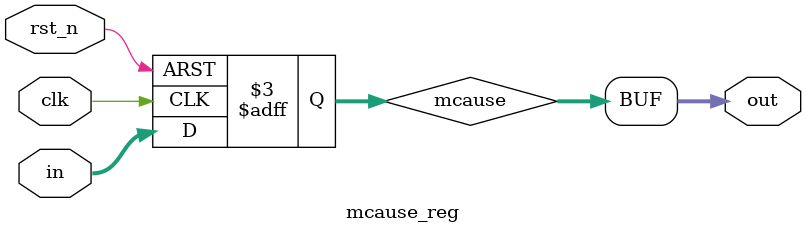
<source format=v>
module mcause_reg (
    input clk,
    input rst_n,
    input [31:0] in,
    output [31:0] out
);
    
    localparam [31:0] default_in = 32'b0;
    
    reg [31:0] mcause;

    always @(posedge clk or negedge rst_n) begin
        if (!rst_n) mcause <= default_in;
        else mcause <= in;
    end

    assign out = mcause;

endmodule
</source>
